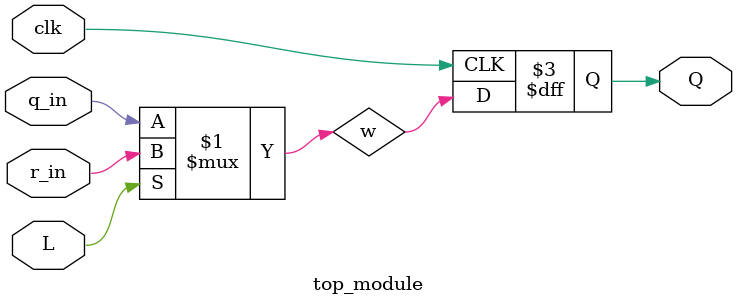
<source format=sv>
module top_module(
    input               clk,
    input               L,
    input               r_in,
    input               q_in,
    output reg          Q
    );

    wire w;
    assign w = L? r_in : q_in;

    always_ff @(posedge clk) begin
        Q <= w;
    end

endmodule

</source>
